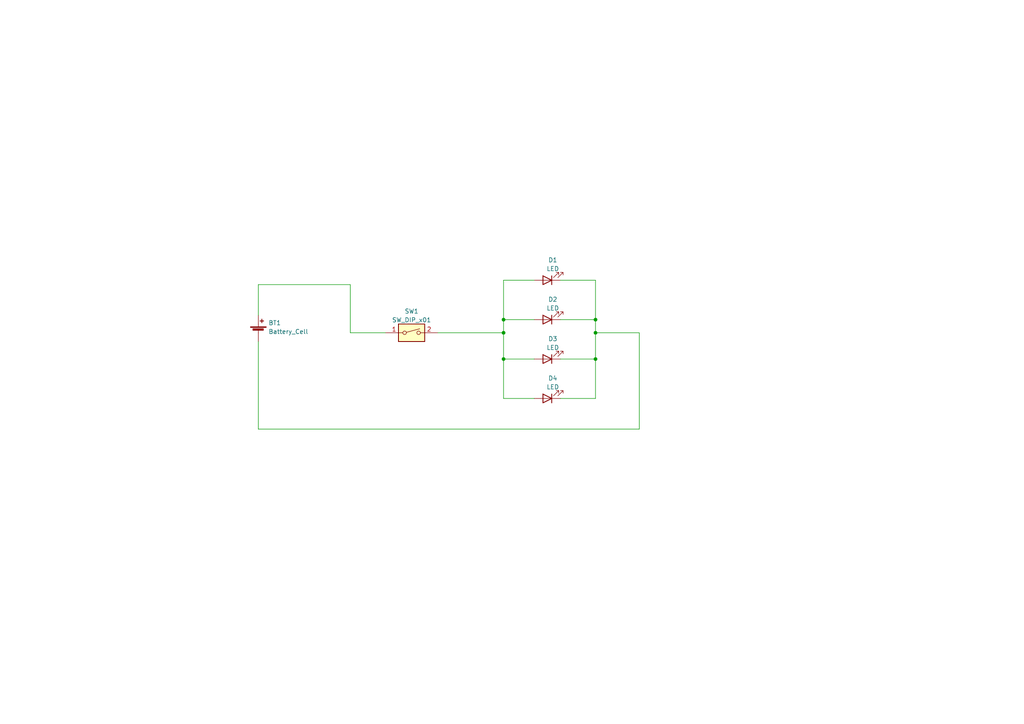
<source format=kicad_sch>
(kicad_sch (version 20211123) (generator eeschema)
  (paper "A4")
  (lib_symbols
    (symbol "Device:Battery_Cell" (pin_numbers hide) (pin_names (offset 0) hide)
      (property "Reference" "BT" (at 2.54 2.54 0))
      (property "Value" "Battery_Cell" (at 2.54 0 0))
      (symbol "Battery_Cell_0_1"
        (rectangle (start -2.286 1.778) (end 2.286 1.524) (fill (type outline)))
        (rectangle (start -1.5748 1.1938) (end 1.4732 0.6858) (fill (type outline)))
        (polyline (pts (xy 0 0.762) (xy 0 0)))
        (polyline (pts (xy 0 1.778) (xy 0 2.54)))
        (polyline (pts (xy 0.508 3.429) (xy 1.524 3.429)) (stroke (width 0.254)))
        (polyline (pts (xy 1.016 3.937) (xy 1.016 2.921)) (stroke (width 0.254)))
      )
      (symbol "Battery_Cell_1_1"
        (pin passive line (at 0 5.08 270) (length 2.54) (name "+") (number "1"))
        (pin passive line (at 0 -2.54 90) (length 2.54) (name "-") (number "2"))
      )
    )
    (symbol "Device:LED" (pin_numbers hide) (pin_names (offset 1.016) hide)
      (property "Reference" "D" (at 0 2.54 0))
      (property "Value" "LED" (at 0 -2.54 0))
      (symbol "LED_0_1"
        (polyline (pts (xy -1.27 -1.27) (xy -1.27 1.27)) (stroke (width 0.254)))
        (polyline (pts (xy -1.27 0) (xy 1.27 0)))
        (polyline (pts (xy 1.27 -1.27) (xy 1.27 1.27) (xy -1.27 0) (xy 1.27 -1.27)) (stroke (width 0.254)))
        (polyline (pts (xy -3.048 -0.762) (xy -4.572 -2.286) (xy -3.81 -2.286) (xy -4.572 -2.286) (xy -4.572 -1.524)))
        (polyline (pts (xy -1.778 -0.762) (xy -3.302 -2.286) (xy -2.54 -2.286) (xy -3.302 -2.286) (xy -3.302 -1.524)))
      )
      (symbol "LED_1_1"
        (pin passive line (at -3.81 0 0) (length 2.54) (name "K") (number "1"))
        (pin passive line (at 3.81 0 180) (length 2.54) (name "A") (number "2"))
      )
    )
    (symbol "Switch:SW_DIP_x01" (pin_names (offset 0) hide)
      (property "Reference" "SW" (at 0 3.81 0))
      (property "Value" "SW_DIP_x01" (at 0 -3.81 0))
      (symbol "SW_DIP_x01_0_0"
        (circle (center -2.032 0) (radius 0.508))
        (polyline (pts (xy -1.524 0.127) (xy 2.3622 1.1684)))
        (circle (center 2.032 0) (radius 0.508))
      )
      (symbol "SW_DIP_x01_0_1"
        (rectangle (start -3.81 2.54) (end 3.81 -2.54) (stroke (width 0.254)) (fill (type background)))
      )
      (symbol "SW_DIP_x01_1_1"
        (pin passive line (at -7.62 0 0) (length 5.08) (name "~") (number "1"))
        (pin passive line (at 7.62 0 180) (length 5.08) (name "~") (number "2"))
      )
    )
  )
  (junction (at 172.72 96.52))
  (junction (at 172.72 104.14))
  (junction (at 146.05 92.71))
  (junction (at 146.05 96.52))
  (junction (at 146.05 104.14))
  (junction (at 172.72 92.71))
  (wire (pts (xy 146.05 115.57) (xy 146.05 104.14)))
  (wire (pts (xy 74.93 82.55) (xy 101.6 82.55)))
  (wire (pts (xy 146.05 92.71) (xy 146.05 81.28)))
  (wire (pts (xy 146.05 92.71) (xy 154.94 92.71)))
  (wire (pts (xy 185.42 124.46) (xy 74.93 124.46)))
  (wire (pts (xy 101.6 82.55) (xy 101.6 96.52)))
  (wire (pts (xy 74.93 91.44) (xy 74.93 82.55)))
  (wire (pts (xy 146.05 104.14) (xy 146.05 96.52)))
  (wire (pts (xy 146.05 81.28) (xy 154.94 81.28)))
  (wire (pts (xy 127 96.52) (xy 146.05 96.52)))
  (wire (pts (xy 74.93 124.46) (xy 74.93 99.06)))
  (wire (pts (xy 162.56 104.14) (xy 172.72 104.14)))
  (wire (pts (xy 162.56 81.28) (xy 172.72 81.28)))
  (wire (pts (xy 185.42 96.52) (xy 185.42 124.46)))
  (wire (pts (xy 154.94 104.14) (xy 146.05 104.14)))
  (wire (pts (xy 172.72 81.28) (xy 172.72 92.71)))
  (wire (pts (xy 154.94 115.57) (xy 146.05 115.57)))
  (wire (pts (xy 101.6 96.52) (xy 111.76 96.52)))
  (wire (pts (xy 172.72 92.71) (xy 162.56 92.71)))
  (wire (pts (xy 172.72 96.52) (xy 172.72 92.71)))
  (wire (pts (xy 146.05 96.52) (xy 146.05 92.71)))
  (wire (pts (xy 172.72 104.14) (xy 172.72 96.52)))
  (wire (pts (xy 172.72 96.52) (xy 185.42 96.52)))
  (wire (pts (xy 172.72 115.57) (xy 172.72 104.14)))
  (wire (pts (xy 162.56 115.57) (xy 172.72 115.57)))
  (symbol (lib_id "Device:Battery_Cell") (at 74.93 96.52 0) (unit 1)
    (property "Reference" "BT1" (at 77.851 93.6533 0) (effects (justify left)))
    (property "Value" "Battery_Cell" (at 77.851 96.1902 0) (effects (justify left)))
    (property "Footprint" "blinkyparts:BatteryHolder_Keystone_1060_1x2032_HandSoldering" (effects hide))
  )
  (symbol (lib_id "Device:LED") (at 158.75 115.57 180) (unit 1)
    (property "Reference" "D4" (at 160.3375 109.7112 0))
    (property "Value" "LED" (at 160.3375 112.2481 0))
    (property "Footprint" "blinkyparts:5mm_SMD-Pad" (effects hide))
  )
  (symbol (lib_id "Device:LED") (at 158.75 92.71 180) (unit 1)
    (property "Reference" "D2" (at 160.3375 86.8512 0))
    (property "Value" "LED" (at 160.3375 89.3881 0))
    (property "Footprint" "blinkyparts:5mm_SMD-Pad" (effects hide))
  )
  (symbol (lib_id "Device:LED") (at 158.75 104.14 180) (unit 1)
    (property "Reference" "D3" (at 160.3375 98.2812 0))
    (property "Value" "LED" (at 160.3375 100.8181 0))
    (property "Footprint" "blinkyparts:5mm_SMD-Pad" (effects hide))
  )
  (symbol (lib_id "Switch:SW_DIP_x01") (at 119.38 96.52 0) (unit 1)
    (property "Reference" "SW1" (at 119.38 90.2802 0))
    (property "Value" "SW_DIP_x01" (at 119.38 92.8171 0))
    (property "Footprint" "blinkyparts:Push_Button" (effects hide))
  )
  (symbol (lib_id "Device:LED") (at 158.75 81.28 180) (unit 1)
    (property "Reference" "D1" (at 160.3375 75.4212 0))
    (property "Value" "LED" (at 160.3375 77.9581 0))
    (property "Footprint" "blinkyparts:5mm_SMD-Pad" (effects hide))
  )
)
</source>
